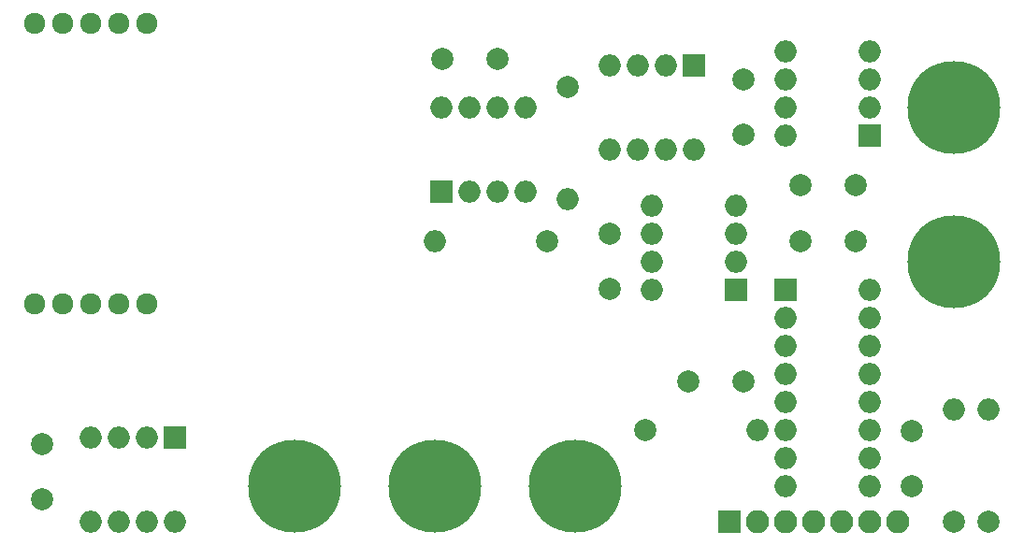
<source format=gbs>
G04 #@! TF.GenerationSoftware,KiCad,Pcbnew,(2017-12-02 revision 3109343)-master*
G04 #@! TF.CreationDate,2017-12-17T04:09:00-05:00*
G04 #@! TF.ProjectId,multislope,6D756C7469736C6F70652E6B69636164,rev?*
G04 #@! TF.SameCoordinates,Original*
G04 #@! TF.FileFunction,Soldermask,Bot*
G04 #@! TF.FilePolarity,Negative*
%FSLAX46Y46*%
G04 Gerber Fmt 4.6, Leading zero omitted, Abs format (unit mm)*
G04 Created by KiCad (PCBNEW (2017-12-02 revision 3109343)-master) date Sun Dec 17 04:09:00 2017*
%MOMM*%
%LPD*%
G01*
G04 APERTURE LIST*
%ADD10C,2.000000*%
%ADD11C,8.400000*%
%ADD12O,2.100000X2.100000*%
%ADD13R,2.100000X2.100000*%
%ADD14O,2.000000X2.000000*%
%ADD15C,1.924000*%
%ADD16R,2.000000X2.000000*%
G04 APERTURE END LIST*
D10*
X159385000Y-115490000D03*
X159385000Y-110490000D03*
D11*
X130810000Y-133350000D03*
X156210000Y-133350000D03*
X143510000Y-133350000D03*
X190500000Y-99060000D03*
D12*
X185420000Y-136525000D03*
X182880000Y-136525000D03*
X180340000Y-136525000D03*
X177800000Y-136525000D03*
X175260000Y-136525000D03*
X172720000Y-136525000D03*
D13*
X170180000Y-136525000D03*
D14*
X172720000Y-128270000D03*
D10*
X162560000Y-128270000D03*
X190500000Y-136525000D03*
D14*
X190500000Y-126365000D03*
X193675000Y-126365000D03*
D10*
X193675000Y-136525000D03*
D15*
X117475000Y-91440000D03*
X114935000Y-91440000D03*
X107315000Y-91440000D03*
X112395000Y-91440000D03*
X109855000Y-91440000D03*
X117475000Y-116840000D03*
X114935000Y-116840000D03*
X112395000Y-116840000D03*
X109855000Y-116840000D03*
X107315000Y-116840000D03*
D14*
X182880000Y-115570000D03*
X175260000Y-133350000D03*
X182880000Y-118110000D03*
X175260000Y-130810000D03*
X182880000Y-120650000D03*
X175260000Y-128270000D03*
X182880000Y-123190000D03*
X175260000Y-125730000D03*
X182880000Y-125730000D03*
X175260000Y-123190000D03*
X182880000Y-128270000D03*
X175260000Y-120650000D03*
X182880000Y-130810000D03*
X175260000Y-118110000D03*
X182880000Y-133350000D03*
D16*
X175260000Y-115570000D03*
X144145000Y-106680000D03*
D14*
X151765000Y-99060000D03*
X146685000Y-106680000D03*
X149225000Y-99060000D03*
X149225000Y-106680000D03*
X146685000Y-99060000D03*
X151765000Y-106680000D03*
X144145000Y-99060000D03*
D11*
X190500000Y-113030000D03*
D14*
X175260000Y-101600000D03*
X182880000Y-93980000D03*
X175260000Y-99060000D03*
X182880000Y-96520000D03*
X175260000Y-96520000D03*
X182880000Y-99060000D03*
X175260000Y-93980000D03*
D16*
X182880000Y-101600000D03*
D10*
X107950000Y-129540000D03*
X107950000Y-134540000D03*
X181610000Y-106045000D03*
X176610000Y-106045000D03*
X186690000Y-128350000D03*
X186690000Y-133350000D03*
X166450000Y-123825000D03*
X171450000Y-123825000D03*
X176610000Y-111125000D03*
X181610000Y-111125000D03*
X153670000Y-111125000D03*
D14*
X143510000Y-111125000D03*
X155575000Y-107315000D03*
D10*
X155575000Y-97155000D03*
D14*
X163195000Y-115570000D03*
X170815000Y-107950000D03*
X163195000Y-113030000D03*
X170815000Y-110490000D03*
X163195000Y-110490000D03*
X170815000Y-113030000D03*
X163195000Y-107950000D03*
D16*
X170815000Y-115570000D03*
X167005000Y-95250000D03*
D14*
X159385000Y-102870000D03*
X164465000Y-95250000D03*
X161925000Y-102870000D03*
X161925000Y-95250000D03*
X164465000Y-102870000D03*
X159385000Y-95250000D03*
X167005000Y-102870000D03*
D10*
X144225000Y-94615000D03*
X149225000Y-94615000D03*
X171450000Y-96520000D03*
X171450000Y-101520000D03*
D14*
X120015000Y-136525000D03*
X112395000Y-128905000D03*
X117475000Y-136525000D03*
X114935000Y-128905000D03*
X114935000Y-136525000D03*
X117475000Y-128905000D03*
X112395000Y-136525000D03*
D16*
X120015000Y-128905000D03*
M02*

</source>
